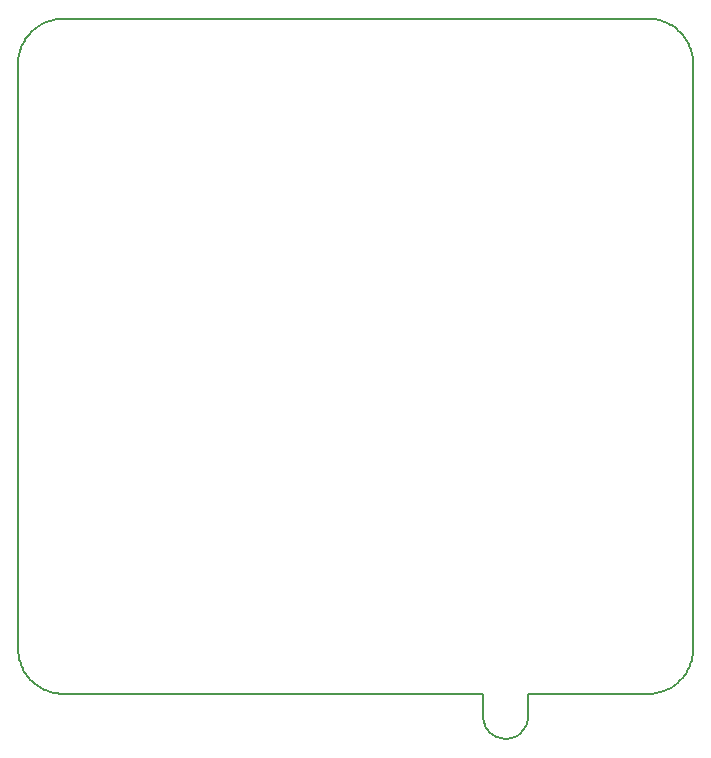
<source format=gbr>
G04 #@! TF.GenerationSoftware,KiCad,Pcbnew,5.1.4*
G04 #@! TF.CreationDate,2019-11-21T14:31:12-05:00*
G04 #@! TF.ProjectId,wheel_speed,77686565-6c5f-4737-9065-65642e6b6963,rev?*
G04 #@! TF.SameCoordinates,Original*
G04 #@! TF.FileFunction,Profile,NP*
%FSLAX46Y46*%
G04 Gerber Fmt 4.6, Leading zero omitted, Abs format (unit mm)*
G04 Created by KiCad (PCBNEW 5.1.4) date 2019-11-21 14:31:12*
%MOMM*%
%LPD*%
G04 APERTURE LIST*
%ADD10C,0.200000*%
G04 APERTURE END LIST*
D10*
X127406252Y-126865196D02*
X91846321Y-126865196D01*
X127406597Y-128769472D02*
X127406597Y-126864679D01*
X91846321Y-69715023D02*
X91648730Y-69720057D01*
X91648730Y-69720057D02*
X91461262Y-69734238D01*
X91461262Y-69734238D02*
X91282348Y-69756473D01*
X91282348Y-69756473D02*
X91106833Y-69786737D01*
X91106833Y-69786737D02*
X90942035Y-69822985D01*
X90942035Y-69822985D02*
X90782103Y-69865646D01*
X90782103Y-69865646D02*
X90628474Y-69913822D01*
X90628474Y-69913822D02*
X90481107Y-69966930D01*
X90481107Y-69966930D02*
X90335293Y-70026428D01*
X90335293Y-70026428D02*
X90188008Y-70093903D01*
X90188008Y-70093903D02*
X90046708Y-70166009D01*
X90046708Y-70166009D02*
X89913829Y-70240823D01*
X89913829Y-70240823D02*
X89786726Y-70319179D01*
X89786726Y-70319179D02*
X89662985Y-70402307D01*
X89662985Y-70402307D02*
X89542738Y-70490081D01*
X89542738Y-70490081D02*
X89430533Y-70578742D01*
X89430533Y-70578742D02*
X89321787Y-70671465D01*
X89321787Y-70671465D02*
X89216621Y-70768138D01*
X89216621Y-70768138D02*
X89115144Y-70868641D01*
X89115144Y-70868641D02*
X89017950Y-70972337D01*
X89017950Y-70972337D02*
X88923718Y-71080697D01*
X88923718Y-71080697D02*
X88832244Y-71194280D01*
X88832244Y-71194280D02*
X88743424Y-71313705D01*
X88743424Y-71313705D02*
X88659221Y-71436652D01*
X88659221Y-71436652D02*
X88578282Y-71565454D01*
X88578282Y-71565454D02*
X88503793Y-71695121D01*
X88503793Y-71695121D02*
X88434306Y-71827919D01*
X88434306Y-71827919D02*
X88369954Y-71963727D01*
X88369954Y-71963727D02*
X88310046Y-72104429D01*
X88310046Y-72104429D02*
X88254956Y-72250020D01*
X88254956Y-72250020D02*
X88204634Y-72401877D01*
X88204634Y-72401877D02*
X88159652Y-72560043D01*
X88159652Y-72560043D02*
X88121237Y-72721647D01*
X88121237Y-72721647D02*
X88088902Y-72890974D01*
X88088902Y-72890974D02*
X88063499Y-73068088D01*
X88063499Y-73068088D02*
X88046050Y-73251509D01*
X88046050Y-73251509D02*
X88037240Y-73443484D01*
X88037240Y-73443484D02*
X88036390Y-73524955D01*
X88036390Y-73524955D02*
X88036390Y-123054920D01*
X145186218Y-73524955D02*
X145181182Y-73327394D01*
X145181182Y-73327394D02*
X145166999Y-73139952D01*
X145166999Y-73139952D02*
X145144324Y-72958101D01*
X145144324Y-72958101D02*
X145114786Y-72787019D01*
X145114786Y-72787019D02*
X145078780Y-72622931D01*
X145078780Y-72622931D02*
X145036416Y-72463678D01*
X145036416Y-72463678D02*
X144988358Y-72310008D01*
X144988358Y-72310008D02*
X144935102Y-72161917D01*
X144935102Y-72161917D02*
X144876837Y-72018730D01*
X144876837Y-72018730D02*
X144809870Y-71871995D01*
X144809870Y-71871995D02*
X144742042Y-71738198D01*
X144742042Y-71738198D02*
X144669168Y-71607493D01*
X144669168Y-71607493D02*
X144593301Y-71483033D01*
X144593301Y-71483033D02*
X144510426Y-71358228D01*
X144510426Y-71358228D02*
X144426278Y-71241505D01*
X144426278Y-71241505D02*
X144338342Y-71128700D01*
X144338342Y-71128700D02*
X144246323Y-71019335D01*
X144246323Y-71019335D02*
X144150828Y-70914050D01*
X144150828Y-70914050D02*
X144051005Y-70811894D01*
X144051005Y-70811894D02*
X143947439Y-70713521D01*
X143947439Y-70713521D02*
X143840248Y-70619045D01*
X143840248Y-70619045D02*
X143727858Y-70527258D01*
X143727858Y-70527258D02*
X143613704Y-70440985D01*
X143613704Y-70440985D02*
X143495675Y-70358557D01*
X143495675Y-70358557D02*
X143372611Y-70279397D01*
X143372611Y-70279397D02*
X143244491Y-70203830D01*
X143244491Y-70203830D02*
X143111948Y-70132527D01*
X143111948Y-70132527D02*
X142976989Y-70066670D01*
X142976989Y-70066670D02*
X142834424Y-70004091D01*
X142834424Y-70004091D02*
X142690255Y-69947737D01*
X142690255Y-69947737D02*
X142541213Y-69896467D01*
X142541213Y-69896467D02*
X142386623Y-69850480D01*
X142386623Y-69850480D02*
X142226487Y-69810278D01*
X142226487Y-69810278D02*
X142060085Y-69776247D01*
X142060085Y-69776247D02*
X141883704Y-69748539D01*
X141883704Y-69748539D02*
X141701723Y-69728738D01*
X141701723Y-69728738D02*
X141511936Y-69717397D01*
X141511936Y-69717397D02*
X141376114Y-69715023D01*
X129311735Y-130674610D02*
X129502815Y-130665150D01*
X129502815Y-130665150D02*
X129677566Y-130639536D01*
X129677566Y-130639536D02*
X129842564Y-130599713D01*
X129842564Y-130599713D02*
X129997552Y-130547495D01*
X129997552Y-130547495D02*
X130137492Y-130486921D01*
X130137492Y-130486921D02*
X130269179Y-130417007D01*
X130269179Y-130417007D02*
X130391838Y-130339182D01*
X130391838Y-130339182D02*
X130508751Y-130251829D01*
X130508751Y-130251829D02*
X130615641Y-130158665D01*
X130615641Y-130158665D02*
X130715789Y-130057372D01*
X130715789Y-130057372D02*
X130808407Y-129948570D01*
X130808407Y-129948570D02*
X130893381Y-129832073D01*
X130893381Y-129832073D02*
X130969872Y-129708506D01*
X130969872Y-129708506D02*
X131038040Y-129576617D01*
X131038040Y-129576617D02*
X131098782Y-129431483D01*
X131098782Y-129431483D02*
X131147694Y-129280204D01*
X131147694Y-129280204D02*
X131185397Y-129116385D01*
X131185397Y-129116385D02*
X131209786Y-128935086D01*
X131209786Y-128935086D02*
X131216872Y-128769645D01*
X141376114Y-126865196D02*
X141573702Y-126860160D01*
X141573702Y-126860160D02*
X141761168Y-126845979D01*
X141761168Y-126845979D02*
X141939340Y-126823855D01*
X141939340Y-126823855D02*
X142113416Y-126793913D01*
X142113416Y-126793913D02*
X142280402Y-126757244D01*
X142280402Y-126757244D02*
X142440337Y-126714590D01*
X142440337Y-126714590D02*
X142593971Y-126666421D01*
X142593971Y-126666421D02*
X142742021Y-126613060D01*
X142742021Y-126613060D02*
X142884501Y-126554981D01*
X142884501Y-126554981D02*
X143029249Y-126488881D01*
X143029249Y-126488881D02*
X143162416Y-126421397D01*
X143162416Y-126421397D02*
X143291281Y-126349637D01*
X143291281Y-126349637D02*
X143418834Y-126271944D01*
X143418834Y-126271944D02*
X143540096Y-126191498D01*
X143540096Y-126191498D02*
X143656904Y-126107466D01*
X143656904Y-126107466D02*
X143769794Y-126019639D01*
X143769794Y-126019639D02*
X143885702Y-125922085D01*
X143885702Y-125922085D02*
X143993461Y-125824004D01*
X143993461Y-125824004D02*
X144095394Y-125723960D01*
X144095394Y-125723960D02*
X144193534Y-125620181D01*
X144193534Y-125620181D02*
X144287308Y-125513329D01*
X144287308Y-125513329D02*
X144377985Y-125401876D01*
X144377985Y-125401876D02*
X144464486Y-125287000D01*
X144464486Y-125287000D02*
X144547495Y-125167622D01*
X144547495Y-125167622D02*
X144626006Y-125044986D01*
X144626006Y-125044986D02*
X144700606Y-124917959D01*
X144700606Y-124917959D02*
X144771362Y-124785928D01*
X144771362Y-124785928D02*
X144837015Y-124650859D01*
X144837015Y-124650859D02*
X144898551Y-124510199D01*
X144898551Y-124510199D02*
X144955520Y-124363915D01*
X144955520Y-124363915D02*
X145006564Y-124214774D01*
X145006564Y-124214774D02*
X145052315Y-124060089D01*
X145052315Y-124060089D02*
X145092435Y-123899139D01*
X145092435Y-123899139D02*
X145126968Y-123728242D01*
X145126968Y-123728242D02*
X145153875Y-123553928D01*
X145153875Y-123553928D02*
X145173251Y-123371822D01*
X145173251Y-123371822D02*
X145184149Y-123181914D01*
X145184149Y-123181914D02*
X145186218Y-123055265D01*
X141376114Y-126864162D02*
X131216183Y-126864162D01*
X141376114Y-69715023D02*
X91846321Y-69715023D01*
X145186907Y-123055265D02*
X145186907Y-73524955D01*
X127406597Y-128769645D02*
X127416508Y-128965173D01*
X127416508Y-128965173D02*
X127442813Y-129141206D01*
X127442813Y-129141206D02*
X127482317Y-129303156D01*
X127482317Y-129303156D02*
X127533725Y-129455298D01*
X127533725Y-129455298D02*
X127594311Y-129595219D01*
X127594311Y-129595219D02*
X127664230Y-129726891D01*
X127664230Y-129726891D02*
X127742477Y-129850132D01*
X127742477Y-129850132D02*
X127828538Y-129965335D01*
X127828538Y-129965335D02*
X127922370Y-130073077D01*
X127922370Y-130073077D02*
X128023130Y-130172759D01*
X128023130Y-130172759D02*
X128132452Y-130265883D01*
X128132452Y-130265883D02*
X128250136Y-130351684D01*
X128250136Y-130351684D02*
X128375324Y-130428997D01*
X128375324Y-130428997D02*
X128508651Y-130497588D01*
X128508651Y-130497588D02*
X128650549Y-130556754D01*
X128650549Y-130556754D02*
X128805048Y-130606496D01*
X128805048Y-130606496D02*
X128971937Y-130644394D01*
X128971937Y-130644394D02*
X129149298Y-130667779D01*
X129149298Y-130667779D02*
X129311735Y-130674610D01*
X131216872Y-128769645D02*
X131216872Y-126864679D01*
X88036735Y-123055265D02*
X88041766Y-123252851D01*
X88041766Y-123252851D02*
X88055942Y-123440317D01*
X88055942Y-123440317D02*
X88078610Y-123622188D01*
X88078610Y-123622188D02*
X88108998Y-123797661D01*
X88108998Y-123797661D02*
X88146057Y-123965276D01*
X88146057Y-123965276D02*
X88188944Y-124125107D01*
X88188944Y-124125107D02*
X88238271Y-124281402D01*
X88238271Y-124281402D02*
X88291953Y-124429291D01*
X88291953Y-124429291D02*
X88350626Y-124572266D01*
X88350626Y-124572266D02*
X88415173Y-124712918D01*
X88415173Y-124712918D02*
X88484853Y-124849792D01*
X88484853Y-124849792D02*
X88559451Y-124982794D01*
X88559451Y-124982794D02*
X88636052Y-125107610D01*
X88636052Y-125107610D02*
X88717250Y-125229196D01*
X88717250Y-125229196D02*
X88802927Y-125347430D01*
X88802927Y-125347430D02*
X88891606Y-125460533D01*
X88891606Y-125460533D02*
X88983456Y-125569073D01*
X88983456Y-125569073D02*
X89081684Y-125676679D01*
X89081684Y-125676679D02*
X89181866Y-125778455D01*
X89181866Y-125778455D02*
X89285781Y-125876437D01*
X89285781Y-125876437D02*
X89392762Y-125970046D01*
X89392762Y-125970046D02*
X89503773Y-126060113D01*
X89503773Y-126060113D02*
X89618757Y-126146461D01*
X89618757Y-126146461D02*
X89741222Y-126231294D01*
X89741222Y-126231294D02*
X89864647Y-126309902D01*
X89864647Y-126309902D02*
X89991234Y-126383844D01*
X89991234Y-126383844D02*
X90126003Y-126455606D01*
X90126003Y-126455606D02*
X90261947Y-126521158D01*
X90261947Y-126521158D02*
X90402165Y-126581973D01*
X90402165Y-126581973D02*
X90548656Y-126638503D01*
X90548656Y-126638503D02*
X90698688Y-126689317D01*
X90698688Y-126689317D02*
X90855708Y-126735145D01*
X90855708Y-126735145D02*
X91021226Y-126775616D01*
X91021226Y-126775616D02*
X91190955Y-126809043D01*
X91190955Y-126809043D02*
X91368509Y-126835523D01*
X91368509Y-126835523D02*
X91551660Y-126853969D01*
X91551660Y-126853969D02*
X91745680Y-126863890D01*
X91745680Y-126863890D02*
X91846321Y-126865196D01*
M02*

</source>
